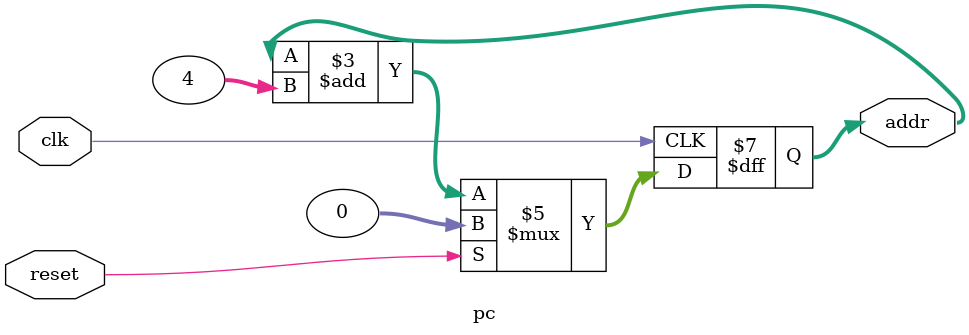
<source format=sv>
module pc(input logic clk,
          input logic reset,
          output logic[31:0] addr);

  // Make the program counter start at 0, and increment by 4 on every clock cycle
  always_ff @( posedge clk ) 
  begin
    if (reset == 1) begin
      addr <= '0;
    end
    else begin
      addr <= addr + 4;
    end
  end

endmodule


</source>
